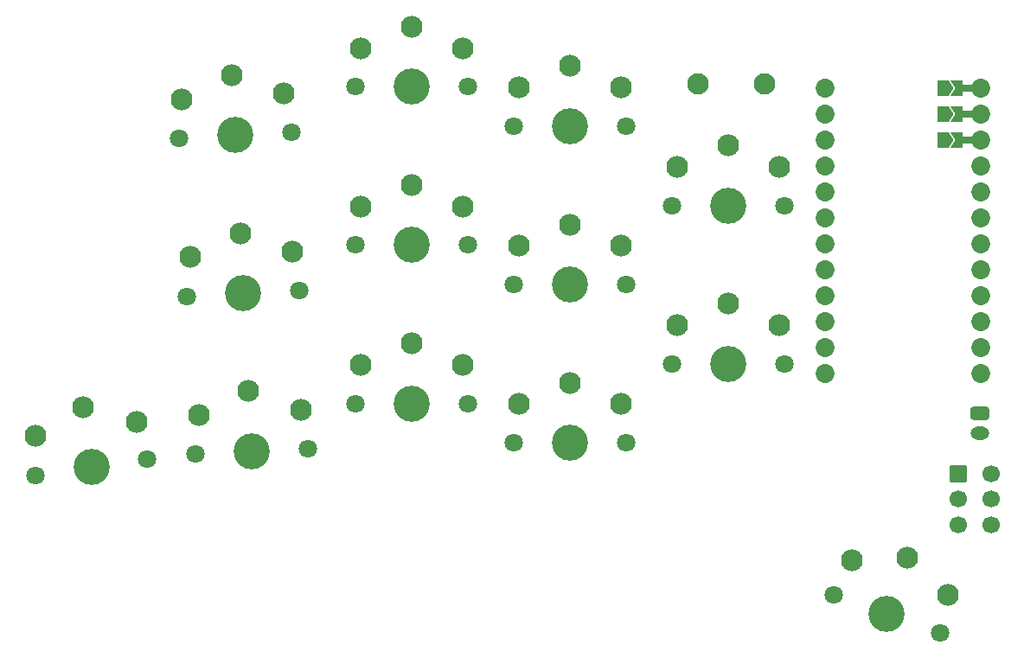
<source format=gbr>
%TF.GenerationSoftware,KiCad,Pcbnew,8.0.5*%
%TF.CreationDate,2024-09-24T21:25:47+10:00*%
%TF.ProjectId,pueo-min-space,7075656f-2d6d-4696-9e2d-73706163652e,0.1*%
%TF.SameCoordinates,Original*%
%TF.FileFunction,Soldermask,Bot*%
%TF.FilePolarity,Negative*%
%FSLAX46Y46*%
G04 Gerber Fmt 4.6, Leading zero omitted, Abs format (unit mm)*
G04 Created by KiCad (PCBNEW 8.0.5) date 2024-09-24 21:25:47*
%MOMM*%
%LPD*%
G01*
G04 APERTURE LIST*
G04 Aperture macros list*
%AMRoundRect*
0 Rectangle with rounded corners*
0 $1 Rounding radius*
0 $2 $3 $4 $5 $6 $7 $8 $9 X,Y pos of 4 corners*
0 Add a 4 corners polygon primitive as box body*
4,1,4,$2,$3,$4,$5,$6,$7,$8,$9,$2,$3,0*
0 Add four circle primitives for the rounded corners*
1,1,$1+$1,$2,$3*
1,1,$1+$1,$4,$5*
1,1,$1+$1,$6,$7*
1,1,$1+$1,$8,$9*
0 Add four rect primitives between the rounded corners*
20,1,$1+$1,$2,$3,$4,$5,0*
20,1,$1+$1,$4,$5,$6,$7,0*
20,1,$1+$1,$6,$7,$8,$9,0*
20,1,$1+$1,$8,$9,$2,$3,0*%
%AMFreePoly0*
4,1,16,0.685355,0.785355,0.700000,0.750000,0.691603,0.722265,0.210093,0.000000,0.691603,-0.722265,0.699029,-0.759806,0.677735,-0.791603,0.650000,-0.800000,-0.500000,-0.800000,-0.535355,-0.785355,-0.550000,-0.750000,-0.550000,0.750000,-0.535355,0.785355,-0.500000,0.800000,0.650000,0.800000,0.685355,0.785355,0.685355,0.785355,$1*%
%AMFreePoly1*
4,1,16,0.535355,0.785355,0.550000,0.750000,0.550000,-0.750000,0.535355,-0.785355,0.500000,-0.800000,-0.500000,-0.800000,-0.535355,-0.785355,-0.541603,-0.777735,-1.041603,-0.027735,-1.049029,0.009806,-1.041603,0.027735,-0.541603,0.777735,-0.509806,0.799029,-0.500000,0.800000,0.500000,0.800000,0.535355,0.785355,0.535355,0.785355,$1*%
G04 Aperture macros list end*
%ADD10C,1.801800*%
%ADD11C,3.529000*%
%ADD12C,2.132000*%
%ADD13RoundRect,0.270833X-0.654167X0.379167X-0.654167X-0.379167X0.654167X-0.379167X0.654167X0.379167X0*%
%ADD14O,1.850000X1.300000*%
%ADD15RoundRect,0.050000X-0.762000X0.250000X-0.762000X-0.250000X0.762000X-0.250000X0.762000X0.250000X0*%
%ADD16FreePoly0,180.000000*%
%ADD17C,1.852600*%
%ADD18FreePoly1,180.000000*%
%ADD19C,2.100000*%
%ADD20RoundRect,0.050000X-0.800000X0.800000X-0.800000X-0.800000X0.800000X-0.800000X0.800000X0.800000X0*%
%ADD21C,1.700000*%
G04 APERTURE END LIST*
D10*
%TO.C,S12*%
X157820834Y-64477911D03*
D11*
X163320834Y-64477911D03*
D10*
X168820834Y-64477911D03*
D12*
X158320834Y-60677911D03*
X168320834Y-60677911D03*
X163320834Y-58577911D03*
%TD*%
D10*
%TO.C,S13*%
X173652522Y-102586798D03*
D11*
X178820831Y-104467909D03*
D10*
X183989140Y-106349020D03*
D12*
X175422044Y-99186976D03*
X184818971Y-102607178D03*
X180838750Y-98923723D03*
%TD*%
D10*
%TO.C,S9*%
X142320834Y-72227911D03*
D11*
X147820834Y-72227911D03*
D10*
X153320834Y-72227911D03*
D12*
X142820834Y-68427911D03*
X152820834Y-68427911D03*
X147820834Y-66327911D03*
%TD*%
D13*
%TO.C,J6*%
X187960420Y-84807747D03*
D14*
X187960417Y-86807747D03*
%TD*%
D10*
%TO.C,S4*%
X109511311Y-57875103D03*
D11*
X115003773Y-57587255D03*
D10*
X120496235Y-57299407D03*
D12*
X109811749Y-54054143D03*
X119798044Y-53530783D03*
X114694991Y-51695341D03*
%TD*%
D10*
%TO.C,S3*%
X110322518Y-73353863D03*
D11*
X115814980Y-73066015D03*
D10*
X121307442Y-72778167D03*
D12*
X110622956Y-69532903D03*
X120609251Y-69009543D03*
X115506198Y-67174101D03*
%TD*%
D10*
%TO.C,S7*%
X126820837Y-52852911D03*
D11*
X132320837Y-52852911D03*
D10*
X137820837Y-52852911D03*
D12*
X127320837Y-49052911D03*
X137320837Y-49052911D03*
X132320837Y-46952911D03*
%TD*%
D10*
%TO.C,S11*%
X157820834Y-79977912D03*
D11*
X163320834Y-79977912D03*
D10*
X168820834Y-79977912D03*
D12*
X158320834Y-76177912D03*
X168320834Y-76177912D03*
X163320834Y-74077912D03*
%TD*%
D10*
%TO.C,S10*%
X142320832Y-56727910D03*
D11*
X147820832Y-56727910D03*
D10*
X153320832Y-56727910D03*
D12*
X142820832Y-52927910D03*
X152820832Y-52927910D03*
X147820832Y-50827910D03*
%TD*%
D10*
%TO.C,S8*%
X142320836Y-87727913D03*
D11*
X147820836Y-87727913D03*
D10*
X153320836Y-87727913D03*
D12*
X142820836Y-83927913D03*
X152820836Y-83927913D03*
X147820836Y-81827913D03*
%TD*%
D10*
%TO.C,S2*%
X111133726Y-88832619D03*
D11*
X116626188Y-88544771D03*
D10*
X122118650Y-88256923D03*
D12*
X111434164Y-85011659D03*
X121420459Y-84488299D03*
X116317406Y-82652857D03*
%TD*%
D15*
%TO.C,MCU1*%
X186660833Y-53012911D03*
D16*
X185710834Y-53012913D03*
D17*
X172765840Y-53012913D03*
X188005829Y-53012915D03*
D16*
X185710833Y-55552911D03*
D17*
X172765833Y-55552912D03*
X188005833Y-55552913D03*
D15*
X186660834Y-55552914D03*
D17*
X172765834Y-58092911D03*
X188005835Y-58092912D03*
D15*
X186660833Y-58092912D03*
D16*
X185710831Y-58092913D03*
D17*
X188005834Y-60632914D03*
X172765833Y-60632914D03*
D18*
X184260833Y-53012912D03*
X184260834Y-55552910D03*
X184260833Y-58092912D03*
D17*
X188005833Y-63172912D03*
X188005833Y-65712911D03*
X188005833Y-68252913D03*
X188005834Y-70792913D03*
X188005833Y-73332910D03*
X188005832Y-75872913D03*
X188005833Y-78412912D03*
X188005826Y-80952911D03*
X172765832Y-63172911D03*
X172765833Y-65712911D03*
X172765833Y-68252913D03*
X172765833Y-70792912D03*
X172765832Y-73332910D03*
X172765831Y-75872912D03*
X172765833Y-78412911D03*
X172765837Y-80952909D03*
%TD*%
D10*
%TO.C,S1*%
X95483763Y-90878525D03*
D11*
X100930237Y-90113073D03*
D10*
X106376711Y-89347621D03*
D12*
X95450039Y-87045917D03*
X105352720Y-85654189D03*
X100109116Y-84270491D03*
%TD*%
D10*
%TO.C,S6*%
X126820832Y-68352913D03*
D11*
X132320832Y-68352913D03*
D10*
X137820832Y-68352913D03*
D12*
X127320832Y-64552913D03*
X137320832Y-64552913D03*
X132320832Y-62452913D03*
%TD*%
D19*
%TO.C,SW16*%
X160355000Y-52582000D03*
X166855000Y-52582000D03*
%TD*%
D10*
%TO.C,S5*%
X126820834Y-83852915D03*
D11*
X132320834Y-83852915D03*
D10*
X137820834Y-83852915D03*
D12*
X127320834Y-80052915D03*
X137320834Y-80052915D03*
X132320834Y-77952915D03*
%TD*%
D20*
%TO.C,on/off*%
X185809425Y-90730861D03*
D21*
X185809418Y-93230862D03*
X185809433Y-95730861D03*
X189009435Y-90730853D03*
X189009430Y-93230861D03*
X189009419Y-95730860D03*
%TD*%
M02*

</source>
